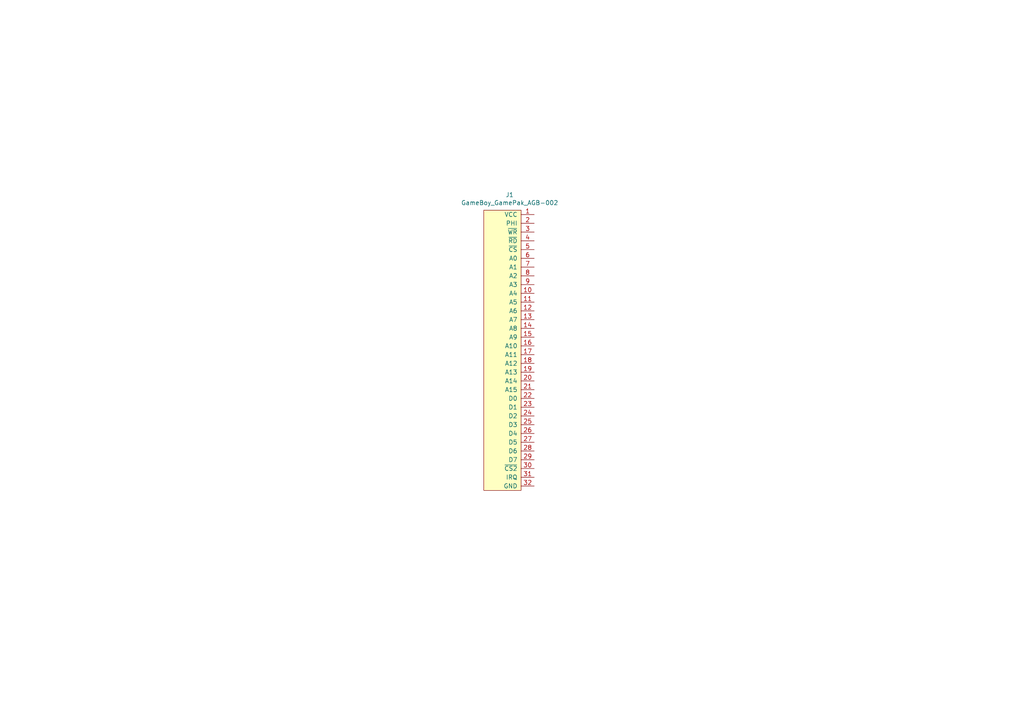
<source format=kicad_sch>
(kicad_sch (version 20211123) (generator eeschema)
  (paper "A4")
  (lib_symbols
    (symbol "Connector_GameBoy:GameBoy_GamePak_AGB-002" (pin_names (offset 1.016))
      (property "Reference" "J" (at -1.27 41.91 0))
      (property "Value" "GameBoy_GamePak_AGB-002" (at -5.08 -42.545 0))
      (symbol "GameBoy_GamePak_AGB-002_0_1"
        (rectangle (start 0 40.64) (end -10.795 -40.64) (fill (type background)))
      )
      (symbol "GameBoy_GamePak_AGB-002_1_1"
        (pin passive line (at 3.81 39.37 180) (length 3.81) (name "VCC") (number "1"))
        (pin passive line (at 3.81 16.51 180) (length 3.81) (name "A4") (number "10"))
        (pin passive line (at 3.81 13.97 180) (length 3.81) (name "A5") (number "11"))
        (pin passive line (at 3.81 11.43 180) (length 3.81) (name "A6") (number "12"))
        (pin passive line (at 3.81 8.89 180) (length 3.81) (name "A7") (number "13"))
        (pin passive line (at 3.81 6.35 180) (length 3.81) (name "A8") (number "14"))
        (pin passive line (at 3.81 3.81 180) (length 3.81) (name "A9") (number "15"))
        (pin passive line (at 3.81 1.27 180) (length 3.81) (name "A10") (number "16"))
        (pin passive line (at 3.81 -1.27 180) (length 3.81) (name "A11") (number "17"))
        (pin passive line (at 3.81 -3.81 180) (length 3.81) (name "A12") (number "18"))
        (pin passive line (at 3.81 -6.35 180) (length 3.81) (name "A13") (number "19"))
        (pin passive line (at 3.81 36.83 180) (length 3.81) (name "PHI") (number "2"))
        (pin passive line (at 3.81 -8.89 180) (length 3.81) (name "A14") (number "20"))
        (pin passive line (at 3.81 -11.43 180) (length 3.81) (name "A15") (number "21"))
        (pin passive line (at 3.81 -13.97 180) (length 3.81) (name "D0") (number "22"))
        (pin passive line (at 3.81 -16.51 180) (length 3.81) (name "D1") (number "23"))
        (pin passive line (at 3.81 -19.05 180) (length 3.81) (name "D2") (number "24"))
        (pin passive line (at 3.81 -21.59 180) (length 3.81) (name "D3") (number "25"))
        (pin passive line (at 3.81 -24.13 180) (length 3.81) (name "D4") (number "26"))
        (pin passive line (at 3.81 -26.67 180) (length 3.81) (name "D5") (number "27"))
        (pin passive line (at 3.81 -29.21 180) (length 3.81) (name "D6") (number "28"))
        (pin passive line (at 3.81 -31.75 180) (length 3.81) (name "D7") (number "29"))
        (pin passive line (at 3.81 34.29 180) (length 3.81) (name "~{WR}") (number "3"))
        (pin passive line (at 3.81 -34.29 180) (length 3.81) (name "~{CS2}") (number "30"))
        (pin passive line (at 3.81 -36.83 180) (length 3.81) (name "IRQ") (number "31"))
        (pin passive line (at 3.81 -39.37 180) (length 3.81) (name "GND") (number "32"))
        (pin passive line (at 3.81 31.75 180) (length 3.81) (name "~{RD}") (number "4"))
        (pin passive line (at 3.81 29.21 180) (length 3.81) (name "~{CS}") (number "5"))
        (pin passive line (at 3.81 26.67 180) (length 3.81) (name "A0") (number "6"))
        (pin passive line (at 3.81 24.13 180) (length 3.81) (name "A1") (number "7"))
        (pin passive line (at 3.81 21.59 180) (length 3.81) (name "A2") (number "8"))
        (pin passive line (at 3.81 19.05 180) (length 3.81) (name "A3") (number "9"))
      )
    )
  )
  (symbol (lib_id "Connector_GameBoy:GameBoy_GamePak_AGB-002") (at 151.13 101.6 0) (unit 1)
    (property "Reference" "J1" (at 147.828 56.515 0))
    (property "Value" "GameBoy_GamePak_AGB-002" (at 147.828 58.8264 0))
    (property "Footprint" "Connector_GameBoy:GameBoy_GamePak_AGB-002_P1.50mm_Edge" (effects hide))
  )
)
</source>
